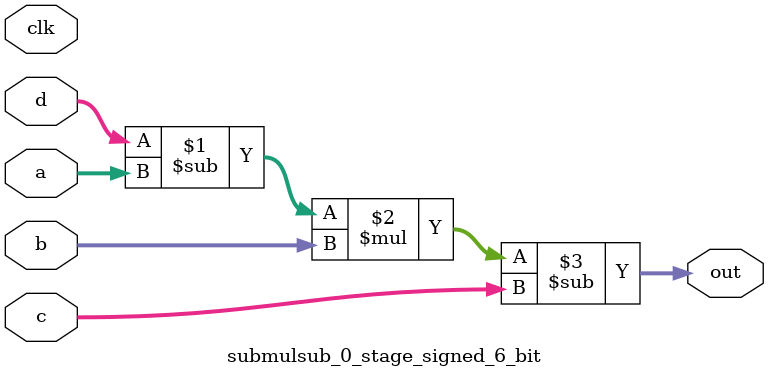
<source format=sv>
(* use_dsp = "yes" *) module submulsub_0_stage_signed_6_bit(
	input signed [5:0] a,
	input signed [5:0] b,
	input signed [5:0] c,
	input signed [5:0] d,
	output [5:0] out,
	input clk);

	assign out = ((d - a) * b) - c;
endmodule

</source>
